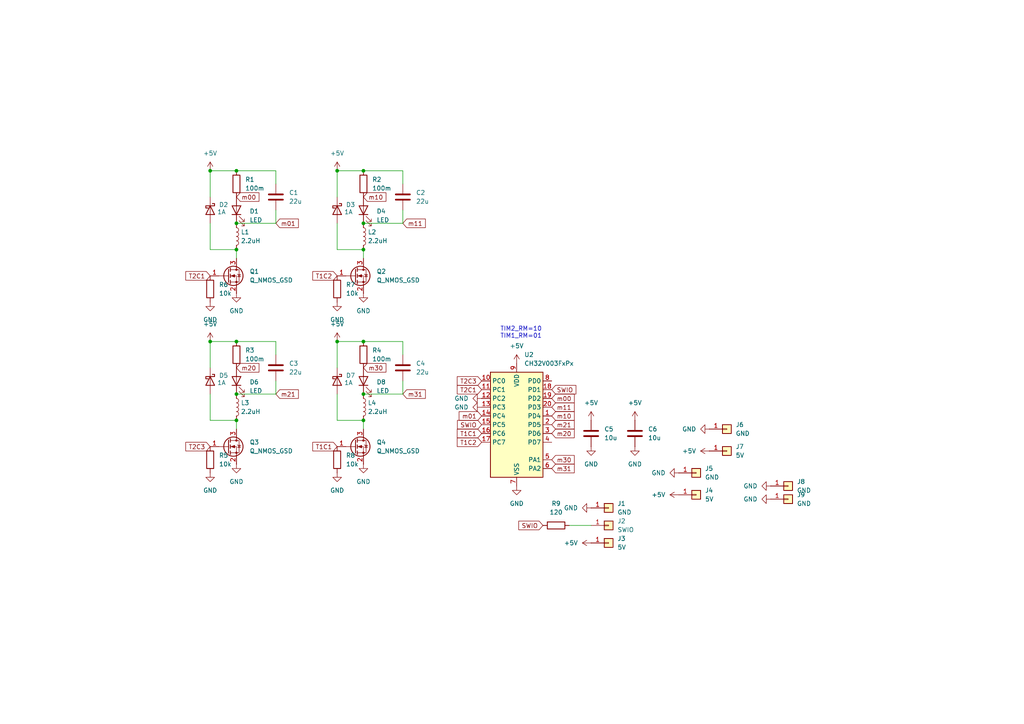
<source format=kicad_sch>
(kicad_sch (version 20231120) (generator "eeschema") (generator_version "8.0")
  (paper "A4")
  (lib_symbols
    (symbol "Connector_Generic:Conn_01x01" (pin_names (offset 1.016) hide)
      (property "Reference" "J" (at 0 2.54 0))
      (property "Value" "Conn_01x01" (at 0 -2.54 0))
      (symbol "Conn_01x01_1_1"
        (rectangle (start -1.27 0.127) (end 0 -0.127) (stroke (width 0.1524)))
        (rectangle (start -1.27 1.27) (end 1.27 -1.27) (stroke (width 0.254)) (fill (type background)))
        (pin passive line (at -5.08 0 0) (length 3.81) (name "Pin_1") (number "1"))
      )
    )
    (symbol "Device:C" (pin_numbers hide) (pin_names (offset 0.254))
      (property "Reference" "C" (at 0.635 2.54 0))
      (property "Value" "C" (at 0.635 -2.54 0))
      (symbol "C_0_1"
        (polyline (pts (xy -2.032 -0.762) (xy 2.032 -0.762)) (stroke (width 0.508)))
        (polyline (pts (xy -2.032 0.762) (xy 2.032 0.762)) (stroke (width 0.508)))
      )
      (symbol "C_1_1"
        (pin passive line (at 0 3.81 270) (length 2.794) (name "~") (number "1"))
        (pin passive line (at 0 -3.81 90) (length 2.794) (name "~") (number "2"))
      )
    )
    (symbol "Device:D_Schottky" (pin_numbers hide) (pin_names (offset 1.016) hide)
      (property "Reference" "D" (at 0 2.54 0))
      (property "Value" "D_Schottky" (at 0 -2.54 0))
      (symbol "D_Schottky_0_1"
        (polyline (pts (xy 1.27 0) (xy -1.27 0)))
        (polyline (pts (xy 1.27 1.27) (xy 1.27 -1.27) (xy -1.27 0) (xy 1.27 1.27)) (stroke (width 0.254)))
        (polyline (pts (xy -1.905 0.635) (xy -1.905 1.27) (xy -1.27 1.27) (xy -1.27 -1.27) (xy -0.635 -1.27) (xy -0.635 -0.635)) (stroke (width 0.254)))
      )
      (symbol "D_Schottky_1_1"
        (pin passive line (at -3.81 0 0) (length 2.54) (name "K") (number "1"))
        (pin passive line (at 3.81 0 180) (length 2.54) (name "A") (number "2"))
      )
    )
    (symbol "Device:L" (pin_numbers hide) (pin_names (offset 1.016) hide)
      (property "Reference" "L" (at -1.27 0 90))
      (property "Value" "L" (at 1.905 0 90))
      (symbol "L_0_1"
        (arc (start 0 -2.54) (mid 0.6323 -1.905) (end 0 -1.27))
        (arc (start 0 -1.27) (mid 0.6323 -0.635) (end 0 0))
        (arc (start 0 0) (mid 0.6323 0.635) (end 0 1.27))
        (arc (start 0 1.27) (mid 0.6323 1.905) (end 0 2.54))
      )
      (symbol "L_1_1"
        (pin passive line (at 0 3.81 270) (length 1.27) (name "1") (number "1"))
        (pin passive line (at 0 -3.81 90) (length 1.27) (name "2") (number "2"))
      )
    )
    (symbol "Device:LED" (pin_numbers hide) (pin_names (offset 1.016) hide)
      (property "Reference" "D" (at 0 2.54 0))
      (property "Value" "LED" (at 0 -2.54 0))
      (symbol "LED_0_1"
        (polyline (pts (xy -1.27 -1.27) (xy -1.27 1.27)) (stroke (width 0.254)))
        (polyline (pts (xy -1.27 0) (xy 1.27 0)))
        (polyline (pts (xy 1.27 -1.27) (xy 1.27 1.27) (xy -1.27 0) (xy 1.27 -1.27)) (stroke (width 0.254)))
        (polyline (pts (xy -3.048 -0.762) (xy -4.572 -2.286) (xy -3.81 -2.286) (xy -4.572 -2.286) (xy -4.572 -1.524)))
        (polyline (pts (xy -1.778 -0.762) (xy -3.302 -2.286) (xy -2.54 -2.286) (xy -3.302 -2.286) (xy -3.302 -1.524)))
      )
      (symbol "LED_1_1"
        (pin passive line (at -3.81 0 0) (length 2.54) (name "K") (number "1"))
        (pin passive line (at 3.81 0 180) (length 2.54) (name "A") (number "2"))
      )
    )
    (symbol "Device:Q_NMOS_GSD" (pin_names (offset 0) hide)
      (property "Reference" "Q" (at 5.08 1.27 0))
      (property "Value" "Q_NMOS_GSD" (at 5.08 -1.27 0))
      (symbol "Q_NMOS_GSD_0_1"
        (polyline (pts (xy 0.254 0) (xy -2.54 0)))
        (polyline (pts (xy 0.254 1.905) (xy 0.254 -1.905)) (stroke (width 0.254)))
        (polyline (pts (xy 0.762 -1.27) (xy 0.762 -2.286)) (stroke (width 0.254)))
        (polyline (pts (xy 0.762 0.508) (xy 0.762 -0.508)) (stroke (width 0.254)))
        (polyline (pts (xy 0.762 2.286) (xy 0.762 1.27)) (stroke (width 0.254)))
        (polyline (pts (xy 2.54 2.54) (xy 2.54 1.778)))
        (polyline (pts (xy 2.54 -2.54) (xy 2.54 0) (xy 0.762 0)))
        (polyline (pts (xy 0.762 -1.778) (xy 3.302 -1.778) (xy 3.302 1.778) (xy 0.762 1.778)))
        (polyline (pts (xy 1.016 0) (xy 2.032 0.381) (xy 2.032 -0.381) (xy 1.016 0)) (fill (type outline)))
        (polyline (pts (xy 2.794 0.508) (xy 2.921 0.381) (xy 3.683 0.381) (xy 3.81 0.254)))
        (polyline (pts (xy 3.302 0.381) (xy 2.921 -0.254) (xy 3.683 -0.254) (xy 3.302 0.381)))
        (circle (center 1.651 0) (radius 2.794) (stroke (width 0.254)))
        (circle (center 2.54 -1.778) (radius 0.254) (fill (type outline)))
        (circle (center 2.54 1.778) (radius 0.254) (fill (type outline)))
      )
      (symbol "Q_NMOS_GSD_1_1"
        (pin input line (at -5.08 0 0) (length 2.54) (name "G") (number "1"))
        (pin passive line (at 2.54 -5.08 90) (length 2.54) (name "S") (number "2"))
        (pin passive line (at 2.54 5.08 270) (length 2.54) (name "D") (number "3"))
      )
    )
    (symbol "Device:R" (pin_numbers hide) (pin_names (offset 0))
      (property "Reference" "R" (at 2.032 0 90))
      (property "Value" "R" (at 0 0 90))
      (symbol "R_0_1"
        (rectangle (start -1.016 -2.54) (end 1.016 2.54) (stroke (width 0.254)))
      )
      (symbol "R_1_1"
        (pin passive line (at 0 3.81 270) (length 1.27) (name "~") (number "1"))
        (pin passive line (at 0 -3.81 90) (length 1.27) (name "~") (number "2"))
      )
    )
    (symbol "MCU_WCH_CH32V0:CH32V003FxPx"
      (property "Reference" "U" (at -7.62 17.78 0))
      (property "Value" "CH32V003FxPx" (at 7.62 17.78 0))
      (symbol "CH32V003FxPx_1_1"
        (rectangle (start -7.62 15.24) (end 7.62 -15.24) (stroke (width 0.254)) (fill (type background)))
        (pin bidirectional line (at 10.16 2.54 180) (length 2.54) (name "PD4") (number "1"))
        (pin bidirectional line (at -10.16 12.7 0) (length 2.54) (name "PC0") (number "10"))
        (pin bidirectional line (at -10.16 10.16 0) (length 2.54) (name "PC1") (number "11"))
        (pin bidirectional line (at -10.16 7.62 0) (length 2.54) (name "PC2") (number "12"))
        (pin bidirectional line (at -10.16 5.08 0) (length 2.54) (name "PC3") (number "13"))
        (pin bidirectional line (at -10.16 2.54 0) (length 2.54) (name "PC4") (number "14"))
        (pin bidirectional line (at -10.16 0 0) (length 2.54) (name "PC5") (number "15"))
        (pin bidirectional line (at -10.16 -2.54 0) (length 2.54) (name "PC6") (number "16"))
        (pin bidirectional line (at -10.16 -5.08 0) (length 2.54) (name "PC7") (number "17"))
        (pin bidirectional line (at 10.16 10.16 180) (length 2.54) (name "PD1") (number "18"))
        (pin bidirectional line (at 10.16 7.62 180) (length 2.54) (name "PD2") (number "19"))
        (pin bidirectional line (at 10.16 0 180) (length 2.54) (name "PD5") (number "2"))
        (pin bidirectional line (at 10.16 5.08 180) (length 2.54) (name "PD3") (number "20"))
        (pin bidirectional line (at 10.16 -2.54 180) (length 2.54) (name "PD6") (number "3"))
        (pin bidirectional line (at 10.16 -5.08 180) (length 2.54) (name "PD7") (number "4"))
        (pin bidirectional line (at 10.16 -10.16 180) (length 2.54) (name "PA1") (number "5"))
        (pin bidirectional line (at 10.16 -12.7 180) (length 2.54) (name "PA2") (number "6"))
        (pin power_in line (at 0 -17.78 90) (length 2.54) (name "VSS") (number "7"))
        (pin bidirectional line (at 10.16 12.7 180) (length 2.54) (name "PD0") (number "8"))
        (pin power_in line (at 0 17.78 270) (length 2.54) (name "VDD") (number "9"))
      )
    )
    (symbol "power:+5V" (power) (pin_numbers hide) (pin_names (offset 0) hide)
      (property "Value" "+5V" (at 0 3.556 0))
      (symbol "+5V_0_1"
        (polyline (pts (xy -0.762 1.27) (xy 0 2.54)))
        (polyline (pts (xy 0 0) (xy 0 2.54)))
        (polyline (pts (xy 0 2.54) (xy 0.762 1.27)))
      )
      (symbol "+5V_1_1"
        (pin power_in line (at 0 0 90) (length 0) (name "~") (number "1"))
      )
    )
    (symbol "power:GND" (power) (pin_numbers hide) (pin_names (offset 0) hide)
      (property "Value" "GND" (at 0 -3.81 0))
      (symbol "GND_0_1"
        (polyline (pts (xy 0 0) (xy 0 -1.27) (xy 1.27 -1.27) (xy 0 -2.54) (xy -1.27 -1.27) (xy 0 -1.27)))
      )
      (symbol "GND_1_1"
        (pin power_in line (at 0 0 270) (length 0) (name "~") (number "1"))
      )
    )
  )
  (junction (at 68.58 49.53))
  (junction (at 105.41 99.06))
  (junction (at 60.96 49.53))
  (junction (at 68.58 114.3))
  (junction (at 105.41 72.39))
  (junction (at 105.41 49.53))
  (junction (at 97.79 49.53))
  (junction (at 68.58 72.39))
  (junction (at 97.79 99.06))
  (junction (at 68.58 121.92))
  (junction (at 105.41 121.92))
  (junction (at 105.41 64.77))
  (junction (at 105.41 114.3))
  (junction (at 60.96 99.06))
  (junction (at 68.58 99.06))
  (junction (at 68.58 64.77))
  (wire (pts (xy 60.96 99.06) (xy 68.58 99.06)))
  (wire (pts (xy 116.84 49.53) (xy 116.84 53.34)))
  (wire (pts (xy 68.58 99.06) (xy 80.01 99.06)))
  (wire (pts (xy 97.79 57.15) (xy 97.79 49.53)))
  (wire (pts (xy 116.84 99.06) (xy 116.84 102.87)))
  (wire (pts (xy 116.84 110.49) (xy 116.84 114.3)))
  (wire (pts (xy 97.79 121.92) (xy 97.79 114.3)))
  (wire (pts (xy 80.01 99.06) (xy 80.01 102.87)))
  (wire (pts (xy 80.01 110.49) (xy 80.01 114.3)))
  (wire (pts (xy 60.96 106.68) (xy 60.96 99.06)))
  (wire (pts (xy 60.96 57.15) (xy 60.96 49.53)))
  (wire (pts (xy 68.58 49.53) (xy 80.01 49.53)))
  (wire (pts (xy 60.96 49.53) (xy 68.58 49.53)))
  (wire (pts (xy 60.96 72.39) (xy 60.96 64.77)))
  (wire (pts (xy 97.79 106.68) (xy 97.79 99.06)))
  (wire (pts (xy 105.41 124.46) (xy 105.41 121.92)))
  (wire (pts (xy 80.01 49.53) (xy 80.01 53.34)))
  (wire (pts (xy 80.01 64.77) (xy 68.58 64.77)))
  (wire (pts (xy 165.1 152.4) (xy 171.45 152.4)))
  (wire (pts (xy 68.58 72.39) (xy 60.96 72.39)))
  (wire (pts (xy 105.41 74.93) (xy 105.41 72.39)))
  (wire (pts (xy 116.84 60.96) (xy 116.84 64.77)))
  (wire (pts (xy 105.41 72.39) (xy 97.79 72.39)))
  (wire (pts (xy 105.41 121.92) (xy 97.79 121.92)))
  (wire (pts (xy 105.41 49.53) (xy 116.84 49.53)))
  (wire (pts (xy 60.96 121.92) (xy 60.96 114.3)))
  (wire (pts (xy 80.01 114.3) (xy 68.58 114.3)))
  (wire (pts (xy 116.84 64.77) (xy 105.41 64.77)))
  (wire (pts (xy 97.79 72.39) (xy 97.79 64.77)))
  (wire (pts (xy 116.84 114.3) (xy 105.41 114.3)))
  (wire (pts (xy 80.01 60.96) (xy 80.01 64.77)))
  (wire (pts (xy 68.58 124.46) (xy 68.58 121.92)))
  (wire (pts (xy 68.58 74.93) (xy 68.58 72.39)))
  (wire (pts (xy 105.41 99.06) (xy 116.84 99.06)))
  (wire (pts (xy 68.58 121.92) (xy 60.96 121.92)))
  (wire (pts (xy 97.79 99.06) (xy 105.41 99.06)))
  (wire (pts (xy 97.79 49.53) (xy 105.41 49.53)))
  (text "TIM2_RM=10\nTIM1_RM=01" (at 151.13 96.52 0) (effects (font (size 1.27 1.27))))
  (global_label "T2C1" (shape input) (at 139.7 113.03 180) (property "Intersheetrefs" "${INTERSHEET_REFS}" (effects (hide yes))))
  (global_label "m10" (shape input) (at 105.41 57.15 0) (property "Intersheetrefs" "${INTERSHEET_REFS}" (effects (hide yes))))
  (global_label "m21" (shape input) (at 160.02 123.19 0) (property "Intersheetrefs" "${INTERSHEET_REFS}" (effects (hide yes))))
  (global_label "m21" (shape input) (at 80.01 114.3 0) (property "Intersheetrefs" "${INTERSHEET_REFS}" (effects (hide yes))))
  (global_label "SWIO" (shape input) (at 139.7 123.19 180) (property "Intersheetrefs" "${INTERSHEET_REFS}" (effects (hide yes))))
  (global_label "m20" (shape input) (at 68.58 106.68 0) (property "Intersheetrefs" "${INTERSHEET_REFS}" (effects (hide yes))))
  (global_label "m31" (shape input) (at 116.84 114.3 0) (property "Intersheetrefs" "${INTERSHEET_REFS}" (effects (hide yes))))
  (global_label "m01" (shape input) (at 139.7 120.65 180) (property "Intersheetrefs" "${INTERSHEET_REFS}" (effects (hide yes))))
  (global_label "T1C1" (shape input) (at 97.79 129.54 180) (property "Intersheetrefs" "${INTERSHEET_REFS}" (effects (hide yes))))
  (global_label "m20" (shape input) (at 160.02 125.73 0) (property "Intersheetrefs" "${INTERSHEET_REFS}" (effects (hide yes))))
  (global_label "T1C1" (shape input) (at 139.7 125.73 180) (property "Intersheetrefs" "${INTERSHEET_REFS}" (effects (hide yes))))
  (global_label "m11" (shape input) (at 116.84 64.77 0) (property "Intersheetrefs" "${INTERSHEET_REFS}" (effects (hide yes))))
  (global_label "SWIO" (shape input) (at 157.48 152.4 180) (property "Intersheetrefs" "${INTERSHEET_REFS}" (effects (hide yes))))
  (global_label "m00" (shape input) (at 68.58 57.15 0) (property "Intersheetrefs" "${INTERSHEET_REFS}" (effects (hide yes))))
  (global_label "T2C3" (shape input) (at 60.96 129.54 180) (property "Intersheetrefs" "${INTERSHEET_REFS}" (effects (hide yes))))
  (global_label "m30" (shape input) (at 105.41 106.68 0) (property "Intersheetrefs" "${INTERSHEET_REFS}" (effects (hide yes))))
  (global_label "m01" (shape input) (at 80.01 64.77 0) (property "Intersheetrefs" "${INTERSHEET_REFS}" (effects (hide yes))))
  (global_label "T2C1" (shape input) (at 60.96 80.01 180) (property "Intersheetrefs" "${INTERSHEET_REFS}" (effects (hide yes))))
  (global_label "m00" (shape input) (at 160.02 115.57 0) (property "Intersheetrefs" "${INTERSHEET_REFS}" (effects (hide yes))))
  (global_label "m30" (shape input) (at 160.02 133.35 0) (property "Intersheetrefs" "${INTERSHEET_REFS}" (effects (hide yes))))
  (global_label "m31" (shape input) (at 160.02 135.89 0) (property "Intersheetrefs" "${INTERSHEET_REFS}" (effects (hide yes))))
  (global_label "m11" (shape input) (at 160.02 118.11 0) (property "Intersheetrefs" "${INTERSHEET_REFS}" (effects (hide yes))))
  (global_label "SWIO" (shape input) (at 160.02 113.03 0) (property "Intersheetrefs" "${INTERSHEET_REFS}" (effects (hide yes))))
  (global_label "m10" (shape input) (at 160.02 120.65 0) (property "Intersheetrefs" "${INTERSHEET_REFS}" (effects (hide yes))))
  (global_label "T1C2" (shape input) (at 139.7 128.27 180) (property "Intersheetrefs" "${INTERSHEET_REFS}" (effects (hide yes))))
  (global_label "T2C3" (shape input) (at 139.7 110.49 180) (property "Intersheetrefs" "${INTERSHEET_REFS}" (effects (hide yes))))
  (global_label "T1C2" (shape input) (at 97.79 80.01 180) (property "Intersheetrefs" "${INTERSHEET_REFS}" (effects (hide yes))))
  (symbol (lib_id "power:GND") (at 60.96 87.63 0) (unit 1)
    (property "Reference" "#PWR012" (effects (hide yes)))
    (property "Value" "GND" (at 60.96 92.71 0))
    (property "Description" "Power symbol creates a global label with name \"GND\" , ground" (effects (hide yes)))
  )
  (symbol (lib_id "Device:C") (at 80.01 106.68 0) (unit 1)
    (property "Reference" "C3" (at 83.82 105.4099 0) (effects (justify left)))
    (property "Value" "22u" (at 83.82 107.9499 0) (effects (justify left)))
    (property "Footprint" "Capacitor_SMD:C_1206_3216Metric" (effects (hide yes)))
    (property "Description" "Unpolarized capacitor" (effects (hide yes)))
    (property "LCSC" "C12891" (effects (hide yes)))
  )
  (symbol (lib_id "Device:C") (at 116.84 106.68 0) (unit 1)
    (property "Reference" "C4" (at 120.65 105.4099 0) (effects (justify left)))
    (property "Value" "22u" (at 120.65 107.9499 0) (effects (justify left)))
    (property "Footprint" "Capacitor_SMD:C_1206_3216Metric" (effects (hide yes)))
    (property "Description" "Unpolarized capacitor" (effects (hide yes)))
    (property "LCSC" "C12891" (effects (hide yes)))
  )
  (symbol (lib_id "power:+5V") (at 205.74 130.81 90) (unit 1)
    (property "Reference" "#PWR026" (effects (hide yes)))
    (property "Value" "+5V" (at 201.93 130.8099 90) (effects (justify left)))
    (property "Description" "Power symbol creates a global label with name \"+5V\"" (effects (hide yes)))
  )
  (symbol (lib_id "Device:C") (at 184.15 125.73 0) (unit 1)
    (property "Reference" "C6" (at 187.96 124.4599 0) (effects (justify left)))
    (property "Value" "10u" (at 187.96 126.9999 0) (effects (justify left)))
    (property "Footprint" "Capacitor_SMD:C_0805_2012Metric" (effects (hide yes)))
    (property "Description" "Unpolarized capacitor" (effects (hide yes)))
    (property "LCSC" "C440198" (effects (hide yes)))
  )
  (symbol (lib_id "power:GND") (at 205.74 124.46 270) (unit 1)
    (property "Reference" "#PWR025" (effects (hide yes)))
    (property "Value" "GND" (at 201.93 124.4599 90) (effects (justify right)))
    (property "Description" "Power symbol creates a global label with name \"GND\" , ground" (effects (hide yes)))
  )
  (symbol (lib_id "Device:Q_NMOS_GSD") (at 66.04 129.54 0) (unit 1)
    (property "Reference" "Q3" (at 72.39 128.2699 0) (effects (justify left)))
    (property "Value" "Q_NMOS_GSD" (at 72.39 130.8099 0) (effects (justify left)))
    (property "Footprint" "Package_TO_SOT_SMD:SOT-23" (effects (hide yes)))
    (property "Description" "N-MOSFET transistor, gate/source/drain" (effects (hide yes)))
    (property "LCSC" "C20917" (effects (hide yes)))
  )
  (symbol (lib_id "power:GND") (at 105.41 134.62 0) (unit 1)
    (property "Reference" "#PWR010" (effects (hide yes)))
    (property "Value" "GND" (at 105.41 139.7 0))
    (property "Description" "Power symbol creates a global label with name \"GND\" , ground" (effects (hide yes)))
  )
  (symbol (lib_id "Connector_Generic:Conn_01x01") (at 228.6 144.78 0) (unit 1)
    (property "Reference" "J9" (at 231.14 143.5099 0) (effects (justify left)))
    (property "Value" "GND" (at 231.14 146.0499 0) (effects (justify left)))
    (property "Footprint" "MountingHole:MountingHole_2.2mm_M2_DIN965_Pad" (effects (hide yes)))
    (property "Description" "Generic connector, single row, 01x01, script generated (kicad-library-utils/schlib/autogen/connector/)" (effects (hide yes)))
  )
  (symbol (lib_id "power:GND") (at 223.52 140.97 270) (unit 1)
    (property "Reference" "#PWR027" (effects (hide yes)))
    (property "Value" "GND" (at 219.71 140.9699 90) (effects (justify right)))
    (property "Description" "Power symbol creates a global label with name \"GND\" , ground" (effects (hide yes)))
  )
  (symbol (lib_id "power:GND") (at 171.45 147.32 270) (unit 1)
    (property "Reference" "#PWR022" (effects (hide yes)))
    (property "Value" "GND" (at 167.64 147.3199 90) (effects (justify right)))
    (property "Description" "Power symbol creates a global label with name \"GND\" , ground" (effects (hide yes)))
  )
  (symbol (lib_id "power:+5V") (at 97.79 99.06 0) (unit 1)
    (property "Reference" "#PWR09" (effects (hide yes)))
    (property "Value" "+5V" (at 97.79 93.98 0))
    (property "Description" "Power symbol creates a global label with name \"+5V\"" (effects (hide yes)))
  )
  (symbol (lib_id "power:GND") (at 223.52 144.78 270) (unit 1)
    (property "Reference" "#PWR028" (effects (hide yes)))
    (property "Value" "GND" (at 219.71 144.7799 90) (effects (justify right)))
    (property "Description" "Power symbol creates a global label with name \"GND\" , ground" (effects (hide yes)))
  )
  (symbol (lib_id "power:+5V") (at 149.86 105.41 0) (unit 1)
    (property "Reference" "#PWR05" (effects (hide yes)))
    (property "Value" "+5V" (at 149.86 100.33 0))
    (property "Description" "Power symbol creates a global label with name \"+5V\"" (effects (hide yes)))
  )
  (symbol (lib_id "power:GND") (at 149.86 140.97 0) (unit 1)
    (property "Reference" "#PWR06" (effects (hide yes)))
    (property "Value" "GND" (at 149.86 146.05 0))
    (property "Description" "Power symbol creates a global label with name \"GND\" , ground" (effects (hide yes)))
  )
  (symbol (lib_id "Connector_Generic:Conn_01x01") (at 176.53 147.32 0) (unit 1)
    (property "Reference" "J1" (at 179.07 146.0499 0) (effects (justify left)))
    (property "Value" "GND" (at 179.07 148.5899 0) (effects (justify left)))
    (property "Footprint" "TestPoint:TestPoint_Pad_1.5x1.5mm" (effects (hide yes)))
    (property "Description" "Generic connector, single row, 01x01, script generated (kicad-library-utils/schlib/autogen/connector/)" (effects (hide yes)))
  )
  (symbol (lib_id "Connector_Generic:Conn_01x01") (at 201.93 137.16 0) (unit 1)
    (property "Reference" "J5" (at 204.47 135.8899 0) (effects (justify left)))
    (property "Value" "GND" (at 204.47 138.4299 0) (effects (justify left)))
    (property "Footprint" "TestPoint:TestPoint_Pad_1.5x1.5mm" (effects (hide yes)))
    (property "Description" "Generic connector, single row, 01x01, script generated (kicad-library-utils/schlib/autogen/connector/)" (effects (hide yes)))
  )
  (symbol (lib_id "power:GND") (at 60.96 137.16 0) (unit 1)
    (property "Reference" "#PWR011" (effects (hide yes)))
    (property "Value" "GND" (at 60.96 142.24 0))
    (property "Description" "Power symbol creates a global label with name \"GND\" , ground" (effects (hide yes)))
  )
  (symbol (lib_id "Device:L") (at 105.41 68.58 0) (unit 1)
    (property "Reference" "L2" (at 106.68 67.3099 0) (effects (justify left)))
    (property "Value" "2.2uH" (at 106.68 69.8499 0) (effects (justify left)))
    (property "Footprint" "Inductor_SMD:L_1008_2520Metric" (effects (hide yes)))
    (property "Description" "Inductor" (effects (hide yes)))
    (property "LCSC" "C5832372" (effects (hide yes)))
  )
  (symbol (lib_id "Device:R") (at 161.29 152.4 90) (unit 1)
    (property "Reference" "R9" (at 161.29 146.05 90))
    (property "Value" "120" (at 161.29 148.59 90))
    (property "Footprint" "Resistor_SMD:R_0805_2012Metric" (effects (hide yes)))
    (property "Description" "Resistor" (effects (hide yes)))
    (property "LCSC" "C17437" (effects (hide yes)))
  )
  (symbol (lib_id "power:GND") (at 184.15 129.54 0) (unit 1)
    (property "Reference" "#PWR019" (effects (hide yes)))
    (property "Value" "GND" (at 184.15 134.62 0))
    (property "Description" "Power symbol creates a global label with name \"GND\" , ground" (effects (hide yes)))
  )
  (symbol (lib_id "Device:Q_NMOS_GSD") (at 102.87 129.54 0) (unit 1)
    (property "Reference" "Q4" (at 109.22 128.2699 0) (effects (justify left)))
    (property "Value" "Q_NMOS_GSD" (at 109.22 130.8099 0) (effects (justify left)))
    (property "Footprint" "Package_TO_SOT_SMD:SOT-23" (effects (hide yes)))
    (property "Description" "N-MOSFET transistor, gate/source/drain" (effects (hide yes)))
    (property "LCSC" "C20917" (effects (hide yes)))
  )
  (symbol (lib_id "power:+5V") (at 171.45 157.48 90) (unit 1)
    (property "Reference" "#PWR021" (effects (hide yes)))
    (property "Value" "+5V" (at 167.64 157.4799 90) (effects (justify left)))
    (property "Description" "Power symbol creates a global label with name \"+5V\"" (effects (hide yes)))
  )
  (symbol (lib_id "Device:D_Schottky") (at 97.79 110.49 270) (unit 1)
    (property "Reference" "D7" (at 100.33 108.9024 90) (effects (justify left)))
    (property "Value" "1A" (at 99.822 110.998 90) (effects (justify left)))
    (property "Footprint" "Diode_SMD:D_SOD-323" (effects (hide yes)))
    (property "Description" "Schottky diode" (effects (hide yes)))
    (property "LCSC" "C191023" (effects (hide yes)))
  )
  (symbol (lib_id "Device:C") (at 80.01 57.15 0) (unit 1)
    (property "Reference" "C1" (at 83.82 55.8799 0) (effects (justify left)))
    (property "Value" "22u" (at 83.82 58.4199 0) (effects (justify left)))
    (property "Footprint" "Capacitor_SMD:C_1206_3216Metric" (effects (hide yes)))
    (property "Description" "Unpolarized capacitor" (effects (hide yes)))
    (property "LCSC" "C12891" (effects (hide yes)))
  )
  (symbol (lib_id "Connector_Generic:Conn_01x01") (at 176.53 157.48 0) (unit 1)
    (property "Reference" "J3" (at 179.07 156.2099 0) (effects (justify left)))
    (property "Value" "5V" (at 179.07 158.7499 0) (effects (justify left)))
    (property "Footprint" "TestPoint:TestPoint_Pad_1.5x1.5mm" (effects (hide yes)))
    (property "Description" "Generic connector, single row, 01x01, script generated (kicad-library-utils/schlib/autogen/connector/)" (effects (hide yes)))
  )
  (symbol (lib_id "power:+5V") (at 97.79 49.53 0) (unit 1)
    (property "Reference" "#PWR04" (effects (hide yes)))
    (property "Value" "+5V" (at 97.79 44.45 0))
    (property "Description" "Power symbol creates a global label with name \"+5V\"" (effects (hide yes)))
  )
  (symbol (lib_id "Device:D_Schottky") (at 60.96 110.49 270) (unit 1)
    (property "Reference" "D5" (at 63.5 108.9024 90) (effects (justify left)))
    (property "Value" "1A" (at 62.992 110.998 90) (effects (justify left)))
    (property "Footprint" "Diode_SMD:D_SOD-323" (effects (hide yes)))
    (property "Description" "Schottky diode" (effects (hide yes)))
    (property "LCSC" "C191023" (effects (hide yes)))
  )
  (symbol (lib_id "Device:D_Schottky") (at 60.96 60.96 270) (unit 1)
    (property "Reference" "D2" (at 63.5 59.3724 90) (effects (justify left)))
    (property "Value" "1A" (at 62.992 61.468 90) (effects (justify left)))
    (property "Footprint" "Diode_SMD:D_SOD-323" (effects (hide yes)))
    (property "Description" "Schottky diode" (effects (hide yes)))
    (property "LCSC" "C191023" (effects (hide yes)))
  )
  (symbol (lib_id "Device:R") (at 68.58 53.34 0) (unit 1)
    (property "Reference" "R1" (at 71.12 52.0699 0) (effects (justify left)))
    (property "Value" "100m" (at 71.12 54.6099 0) (effects (justify left)))
    (property "Footprint" "Resistor_SMD:R_1206_3216Metric" (effects (hide yes)))
    (property "Description" "Resistor" (effects (hide yes)))
    (property "LCSC" "C25334" (effects (hide yes)))
  )
  (symbol (lib_id "power:+5V") (at 60.96 99.06 0) (unit 1)
    (property "Reference" "#PWR07" (effects (hide yes)))
    (property "Value" "+5V" (at 60.96 93.98 0))
    (property "Description" "Power symbol creates a global label with name \"+5V\"" (effects (hide yes)))
  )
  (symbol (lib_id "power:GND") (at 68.58 134.62 0) (unit 1)
    (property "Reference" "#PWR08" (effects (hide yes)))
    (property "Value" "GND" (at 68.58 139.7 0))
    (property "Description" "Power symbol creates a global label with name \"GND\" , ground" (effects (hide yes)))
  )
  (symbol (lib_id "Device:R") (at 105.41 53.34 0) (unit 1)
    (property "Reference" "R2" (at 107.95 52.0699 0) (effects (justify left)))
    (property "Value" "100m" (at 107.95 54.6099 0) (effects (justify left)))
    (property "Footprint" "Resistor_SMD:R_1206_3216Metric" (effects (hide yes)))
    (property "Description" "Resistor" (effects (hide yes)))
    (property "LCSC" "C25334" (effects (hide yes)))
  )
  (symbol (lib_id "Device:C") (at 171.45 125.73 0) (unit 1)
    (property "Reference" "C5" (at 175.26 124.4599 0) (effects (justify left)))
    (property "Value" "10u" (at 175.26 126.9999 0) (effects (justify left)))
    (property "Footprint" "Capacitor_SMD:C_0805_2012Metric" (effects (hide yes)))
    (property "Description" "Unpolarized capacitor" (effects (hide yes)))
    (property "LCSC" "C440198" (effects (hide yes)))
  )
  (symbol (lib_id "Connector_Generic:Conn_01x01") (at 201.93 143.51 0) (unit 1)
    (property "Reference" "J4" (at 204.47 142.2399 0) (effects (justify left)))
    (property "Value" "5V" (at 204.47 144.7799 0) (effects (justify left)))
    (property "Footprint" "TestPoint:TestPoint_Pad_1.5x1.5mm" (effects (hide yes)))
    (property "Description" "Generic connector, single row, 01x01, script generated (kicad-library-utils/schlib/autogen/connector/)" (effects (hide yes)))
  )
  (symbol (lib_id "Device:LED") (at 68.58 60.96 90) (unit 1)
    (property "Reference" "D1" (at 72.39 61.2774 90) (effects (justify right)))
    (property "Value" "LED" (at 72.39 63.8174 90) (effects (justify right)))
    (property "Footprint" "cnhardware:LED_1W_3W_R8-FOR-ALUMINIUM-SUBSTRATE" (effects (hide yes)))
    (property "Description" "Light emitting diode" (effects (hide yes)))
  )
  (symbol (lib_id "Device:C") (at 116.84 57.15 0) (unit 1)
    (property "Reference" "C2" (at 120.65 55.8799 0) (effects (justify left)))
    (property "Value" "22u" (at 120.65 58.4199 0) (effects (justify left)))
    (property "Footprint" "Capacitor_SMD:C_1206_3216Metric" (effects (hide yes)))
    (property "Description" "Unpolarized capacitor" (effects (hide yes)))
    (property "LCSC" "C12891" (effects (hide yes)))
  )
  (symbol (lib_id "Device:Q_NMOS_GSD") (at 66.04 80.01 0) (unit 1)
    (property "Reference" "Q1" (at 72.39 78.7399 0) (effects (justify left)))
    (property "Value" "Q_NMOS_GSD" (at 72.39 81.2799 0) (effects (justify left)))
    (property "Footprint" "Package_TO_SOT_SMD:SOT-23" (effects (hide yes)))
    (property "Description" "N-MOSFET transistor, gate/source/drain" (effects (hide yes)))
    (property "LCSC" "C20917" (effects (hide yes)))
  )
  (symbol (lib_id "Device:LED") (at 105.41 60.96 90) (unit 1)
    (property "Reference" "D4" (at 109.22 61.2774 90) (effects (justify right)))
    (property "Value" "LED" (at 109.22 63.8174 90) (effects (justify right)))
    (property "Footprint" "cnhardware:LED_1W_3W_R8-FOR-ALUMINIUM-SUBSTRATE" (effects (hide yes)))
    (property "Description" "Light emitting diode" (effects (hide yes)))
  )
  (symbol (lib_id "Device:Q_NMOS_GSD") (at 102.87 80.01 0) (unit 1)
    (property "Reference" "Q2" (at 109.22 78.7399 0) (effects (justify left)))
    (property "Value" "Q_NMOS_GSD" (at 109.22 81.2799 0) (effects (justify left)))
    (property "Footprint" "Package_TO_SOT_SMD:SOT-23" (effects (hide yes)))
    (property "Description" "N-MOSFET transistor, gate/source/drain" (effects (hide yes)))
    (property "LCSC" "C20917" (effects (hide yes)))
  )
  (symbol (lib_id "Device:LED") (at 105.41 110.49 90) (unit 1)
    (property "Reference" "D8" (at 109.22 110.8074 90) (effects (justify right)))
    (property "Value" "LED" (at 109.22 113.3474 90) (effects (justify right)))
    (property "Footprint" "cnhardware:LED_1W_3W_R8-FOR-ALUMINIUM-SUBSTRATE" (effects (hide yes)))
    (property "Description" "Light emitting diode" (effects (hide yes)))
  )
  (symbol (lib_id "Device:R") (at 97.79 133.35 0) (unit 1)
    (property "Reference" "R8" (at 100.33 132.0799 0) (effects (justify left)))
    (property "Value" "10k" (at 100.33 134.6199 0) (effects (justify left)))
    (property "Footprint" "Resistor_SMD:R_0805_2012Metric" (effects (hide yes)))
    (property "Description" "Resistor" (effects (hide yes)))
    (property "LCSC" "C17414" (effects (hide yes)))
  )
  (symbol (lib_id "power:GND") (at 97.79 137.16 0) (unit 1)
    (property "Reference" "#PWR014" (effects (hide yes)))
    (property "Value" "GND" (at 97.79 142.24 0))
    (property "Description" "Power symbol creates a global label with name \"GND\" , ground" (effects (hide yes)))
  )
  (symbol (lib_id "Connector_Generic:Conn_01x01") (at 210.82 124.46 0) (unit 1)
    (property "Reference" "J6" (at 213.36 123.1899 0) (effects (justify left)))
    (property "Value" "GND" (at 213.36 125.7299 0) (effects (justify left)))
    (property "Footprint" "TestPoint:TestPoint_Pad_1.5x1.5mm" (effects (hide yes)))
    (property "Description" "Generic connector, single row, 01x01, script generated (kicad-library-utils/schlib/autogen/connector/)" (effects (hide yes)))
  )
  (symbol (lib_id "power:GND") (at 97.79 87.63 0) (unit 1)
    (property "Reference" "#PWR013" (effects (hide yes)))
    (property "Value" "GND" (at 97.79 92.71 0))
    (property "Description" "Power symbol creates a global label with name \"GND\" , ground" (effects (hide yes)))
  )
  (symbol (lib_id "Device:D_Schottky") (at 97.79 60.96 270) (unit 1)
    (property "Reference" "D3" (at 100.33 59.3724 90) (effects (justify left)))
    (property "Value" "1A" (at 99.822 61.468 90) (effects (justify left)))
    (property "Footprint" "Diode_SMD:D_SOD-323" (effects (hide yes)))
    (property "Description" "Schottky diode" (effects (hide yes)))
    (property "LCSC" "C191023" (effects (hide yes)))
  )
  (symbol (lib_id "Device:L") (at 68.58 118.11 0) (unit 1)
    (property "Reference" "L3" (at 69.85 116.8399 0) (effects (justify left)))
    (property "Value" "2.2uH" (at 69.85 119.3799 0) (effects (justify left)))
    (property "Footprint" "Inductor_SMD:L_1008_2520Metric" (effects (hide yes)))
    (property "Description" "Inductor" (effects (hide yes)))
    (property "LCSC" "C5832372" (effects (hide yes)))
  )
  (symbol (lib_id "power:+5V") (at 184.15 121.92 0) (unit 1)
    (property "Reference" "#PWR020" (effects (hide yes)))
    (property "Value" "+5V" (at 184.15 116.84 0))
    (property "Description" "Power symbol creates a global label with name \"+5V\"" (effects (hide yes)))
  )
  (symbol (lib_id "Device:L") (at 105.41 118.11 0) (unit 1)
    (property "Reference" "L4" (at 106.68 116.8399 0) (effects (justify left)))
    (property "Value" "2.2uH" (at 106.68 119.3799 0) (effects (justify left)))
    (property "Footprint" "Inductor_SMD:L_1008_2520Metric" (effects (hide yes)))
    (property "Description" "Inductor" (effects (hide yes)))
    (property "LCSC" "C5832372" (effects (hide yes)))
  )
  (symbol (lib_id "power:GND") (at 171.45 129.54 0) (unit 1)
    (property "Reference" "#PWR018" (effects (hide yes)))
    (property "Value" "GND" (at 171.45 134.62 0))
    (property "Description" "Power symbol creates a global label with name \"GND\" , ground" (effects (hide yes)))
  )
  (symbol (lib_id "Device:R") (at 68.58 102.87 0) (unit 1)
    (property "Reference" "R3" (at 71.12 101.5999 0) (effects (justify left)))
    (property "Value" "100m" (at 71.12 104.1399 0) (effects (justify left)))
    (property "Footprint" "Resistor_SMD:R_1206_3216Metric" (effects (hide yes)))
    (property "Description" "Resistor" (effects (hide yes)))
    (property "LCSC" "C25334" (effects (hide yes)))
  )
  (symbol (lib_id "Device:R") (at 60.96 133.35 0) (unit 1)
    (property "Reference" "R5" (at 63.5 132.0799 0) (effects (justify left)))
    (property "Value" "10k" (at 63.5 134.6199 0) (effects (justify left)))
    (property "Footprint" "Resistor_SMD:R_0805_2012Metric" (effects (hide yes)))
    (property "Description" "Resistor" (effects (hide yes)))
    (property "LCSC" "C17414" (effects (hide yes)))
  )
  (symbol (lib_id "power:GND") (at 196.85 137.16 270) (unit 1)
    (property "Reference" "#PWR023" (effects (hide yes)))
    (property "Value" "GND" (at 193.04 137.1599 90) (effects (justify right)))
    (property "Description" "Power symbol creates a global label with name \"GND\" , ground" (effects (hide yes)))
  )
  (symbol (lib_id "power:+5V") (at 171.45 121.92 0) (unit 1)
    (property "Reference" "#PWR017" (effects (hide yes)))
    (property "Value" "+5V" (at 171.45 116.84 0))
    (property "Description" "Power symbol creates a global label with name \"+5V\"" (effects (hide yes)))
  )
  (symbol (lib_id "power:+5V") (at 196.85 143.51 90) (unit 1)
    (property "Reference" "#PWR024" (effects (hide yes)))
    (property "Value" "+5V" (at 193.04 143.5099 90) (effects (justify left)))
    (property "Description" "Power symbol creates a global label with name \"+5V\"" (effects (hide yes)))
  )
  (symbol (lib_id "Connector_Generic:Conn_01x01") (at 210.82 130.81 0) (unit 1)
    (property "Reference" "J7" (at 213.36 129.5399 0) (effects (justify left)))
    (property "Value" "5V" (at 213.36 132.0799 0) (effects (justify left)))
    (property "Footprint" "TestPoint:TestPoint_Pad_1.5x1.5mm" (effects (hide yes)))
    (property "Description" "Generic connector, single row, 01x01, script generated (kicad-library-utils/schlib/autogen/connector/)" (effects (hide yes)))
  )
  (symbol (lib_id "power:GND") (at 139.7 115.57 270) (unit 1)
    (property "Reference" "#PWR015" (effects (hide yes)))
    (property "Value" "GND" (at 135.89 115.5699 90) (effects (justify right)))
    (property "Description" "Power symbol creates a global label with name \"GND\" , ground" (effects (hide yes)))
  )
  (symbol (lib_id "Device:R") (at 97.79 83.82 0) (unit 1)
    (property "Reference" "R7" (at 100.33 82.5499 0) (effects (justify left)))
    (property "Value" "10k" (at 100.33 85.0899 0) (effects (justify left)))
    (property "Footprint" "Resistor_SMD:R_0805_2012Metric" (effects (hide yes)))
    (property "Description" "Resistor" (effects (hide yes)))
    (property "LCSC" "C17414" (effects (hide yes)))
  )
  (symbol (lib_id "Device:LED") (at 68.58 110.49 90) (unit 1)
    (property "Reference" "D6" (at 72.39 110.8074 90) (effects (justify right)))
    (property "Value" "LED" (at 72.39 113.3474 90) (effects (justify right)))
    (property "Footprint" "cnhardware:LED_1W_3W_R8-FOR-ALUMINIUM-SUBSTRATE" (effects (hide yes)))
    (property "Description" "Light emitting diode" (effects (hide yes)))
  )
  (symbol (lib_id "MCU_WCH_CH32V0:CH32V003FxPx") (at 149.86 123.19 0) (unit 1)
    (property "Reference" "U2" (at 152.0541 102.87 0) (effects (justify left)))
    (property "Value" "CH32V003FxPx" (at 152.0541 105.41 0) (effects (justify left)))
    (property "Footprint" "Package_SO:TSSOP-20_4.4x6.5mm_P0.65mm" (effects (hide yes)))
    (property "Datasheet" "https://www.wch-ic.com/products/CH32V003.html" (effects (hide yes)))
    (property "Description" "CH32V003 series are industrial-grade general-purpose microcontrollers designed based on 32-bit RISC-V instruction set and architecture. It adopts QingKe V2A core, RV32EC instruction set, and supports 2 levels of interrupt nesting. The series are mounted with rich peripheral interfaces and function modules. Its internal organizational structure meets the low-cost and low-power embedded application scenarios." (effects (hide yes)))
  )
  (symbol (lib_id "Device:R") (at 60.96 83.82 0) (unit 1)
    (property "Reference" "R6" (at 63.5 82.5499 0) (effects (justify left)))
    (property "Value" "10k" (at 63.5 85.0899 0) (effects (justify left)))
    (property "Footprint" "Resistor_SMD:R_0805_2012Metric" (effects (hide yes)))
    (property "Description" "Resistor" (effects (hide yes)))
    (property "LCSC" "C17414" (effects (hide yes)))
  )
  (symbol (lib_id "power:GND") (at 68.58 85.09 0) (unit 1)
    (property "Reference" "#PWR01" (effects (hide yes)))
    (property "Value" "GND" (at 68.58 90.17 0))
    (property "Description" "Power symbol creates a global label with name \"GND\" , ground" (effects (hide yes)))
  )
  (symbol (lib_id "power:+5V") (at 60.96 49.53 0) (unit 1)
    (property "Reference" "#PWR03" (effects (hide yes)))
    (property "Value" "+5V" (at 60.96 44.45 0))
    (property "Description" "Power symbol creates a global label with name \"+5V\"" (effects (hide yes)))
  )
  (symbol (lib_id "Device:R") (at 105.41 102.87 0) (unit 1)
    (property "Reference" "R4" (at 107.95 101.5999 0) (effects (justify left)))
    (property "Value" "100m" (at 107.95 104.1399 0) (effects (justify left)))
    (property "Footprint" "Resistor_SMD:R_1206_3216Metric" (effects (hide yes)))
    (property "Description" "Resistor" (effects (hide yes)))
    (property "LCSC" "C25334" (effects (hide yes)))
  )
  (symbol (lib_id "Connector_Generic:Conn_01x01") (at 228.6 140.97 0) (unit 1)
    (property "Reference" "J8" (at 231.14 139.6999 0) (effects (justify left)))
    (property "Value" "GND" (at 231.14 142.2399 0) (effects (justify left)))
    (property "Footprint" "MountingHole:MountingHole_2.2mm_M2_DIN965_Pad" (effects (hide yes)))
    (property "Description" "Generic connector, single row, 01x01, script generated (kicad-library-utils/schlib/autogen/connector/)" (effects (hide yes)))
  )
  (symbol (lib_id "power:GND") (at 105.41 85.09 0) (unit 1)
    (property "Reference" "#PWR02" (effects (hide yes)))
    (property "Value" "GND" (at 105.41 90.17 0))
    (property "Description" "Power symbol creates a global label with name \"GND\" , ground" (effects (hide yes)))
  )
  (symbol (lib_id "Connector_Generic:Conn_01x01") (at 176.53 152.4 0) (unit 1)
    (property "Reference" "J2" (at 179.07 151.1299 0) (effects (justify left)))
    (property "Value" "SWIO" (at 179.07 153.6699 0) (effects (justify left)))
    (property "Footprint" "TestPoint:TestPoint_Pad_1.5x1.5mm" (effects (hide yes)))
    (property "Description" "Generic connector, single row, 01x01, script generated (kicad-library-utils/schlib/autogen/connector/)" (effects (hide yes)))
  )
  (symbol (lib_id "power:GND") (at 139.7 118.11 270) (unit 1)
    (property "Reference" "#PWR016" (effects (hide yes)))
    (property "Value" "GND" (at 135.89 118.1099 90) (effects (justify right)))
    (property "Description" "Power symbol creates a global label with name \"GND\" , ground" (effects (hide yes)))
  )
  (symbol (lib_id "Device:L") (at 68.58 68.58 0) (unit 1)
    (property "Reference" "L1" (at 69.85 67.3099 0) (effects (justify left)))
    (property "Value" "2.2uH" (at 69.85 69.8499 0) (effects (justify left)))
    (property "Footprint" "Inductor_SMD:L_1008_2520Metric" (effects (hide yes)))
    (property "Description" "Inductor" (effects (hide yes)))
    (property "LCSC" "C5832372" (effects (hide yes)))
  )
)
</source>
